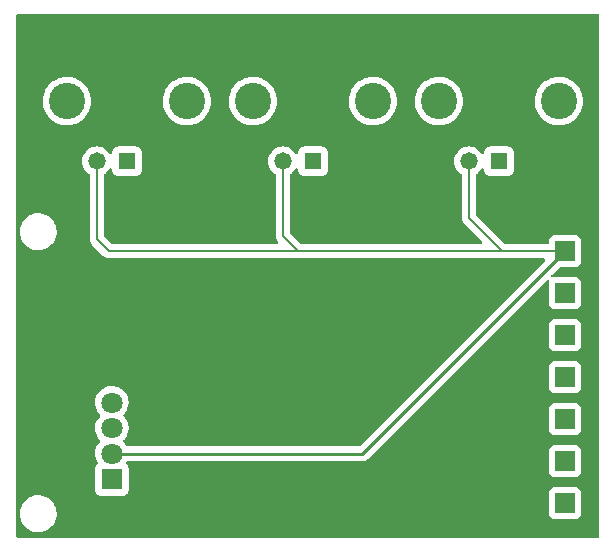
<source format=gbr>
%TF.GenerationSoftware,KiCad,Pcbnew,(6.0.1)*%
%TF.CreationDate,2022-03-09T16:15:59-05:00*%
%TF.ProjectId,pcb_arduino,7063625f-6172-4647-9569-6e6f2e6b6963,rev?*%
%TF.SameCoordinates,Original*%
%TF.FileFunction,Copper,L2,Bot*%
%TF.FilePolarity,Positive*%
%FSLAX46Y46*%
G04 Gerber Fmt 4.6, Leading zero omitted, Abs format (unit mm)*
G04 Created by KiCad (PCBNEW (6.0.1)) date 2022-03-09 16:15:59*
%MOMM*%
%LPD*%
G01*
G04 APERTURE LIST*
%TA.AperFunction,ComponentPad*%
%ADD10R,1.800000X1.800000*%
%TD*%
%TA.AperFunction,ComponentPad*%
%ADD11C,1.800000*%
%TD*%
%TA.AperFunction,ComponentPad*%
%ADD12R,1.700000X1.700000*%
%TD*%
%TA.AperFunction,ComponentPad*%
%ADD13C,3.076000*%
%TD*%
%TA.AperFunction,ComponentPad*%
%ADD14C,1.478000*%
%TD*%
%TA.AperFunction,ComponentPad*%
%ADD15R,1.478000X1.478000*%
%TD*%
%TA.AperFunction,Conductor*%
%ADD16C,0.200000*%
%TD*%
%TA.AperFunction,Conductor*%
%ADD17C,0.250000*%
%TD*%
G04 APERTURE END LIST*
D10*
%TO.P,LED,1*%
%TO.N,N/C*%
X116459000Y-120269000D03*
D11*
%TO.P,LED,2*%
X116459000Y-118110000D03*
%TO.P,LED,3*%
X116459000Y-115951000D03*
%TO.P,LED,4*%
X116459000Y-113792000D03*
%TD*%
D12*
%TO.P,PIN 50,1*%
%TO.N,N/C*%
X154813000Y-118745000D03*
X154813000Y-118745000D03*
%TD*%
D13*
%TO.P,EEG,S2*%
%TO.N,N/C*%
X122809000Y-88265000D03*
%TO.P,EEG,S1*%
X112649000Y-88265000D03*
D14*
%TO.P,EEG,2*%
X115189000Y-93345000D03*
D15*
%TO.P,EEG,1*%
X117729000Y-93345000D03*
%TD*%
D12*
%TO.P,PIN 6,1*%
%TO.N,N/C*%
X154813000Y-108077000D03*
X154813000Y-108077000D03*
%TD*%
D15*
%TO.P,Footswitch,1*%
%TO.N,N/C*%
X133477000Y-93345000D03*
D14*
%TO.P,Footswitch,2*%
X130937000Y-93345000D03*
D13*
%TO.P,Footswitch,S1*%
X128397000Y-88265000D03*
%TO.P,Footswitch,S2*%
X138557000Y-88265000D03*
%TD*%
D12*
%TO.P,PIN 53,1*%
%TO.N,N/C*%
X154813000Y-115189000D03*
X154813000Y-115189000D03*
%TD*%
%TO.P,GND,1*%
%TO.N,N/C*%
X154813000Y-100965000D03*
X154813000Y-100965000D03*
%TD*%
%TO.P,PIN 7,1*%
%TO.N,N/C*%
X154813000Y-111633000D03*
X154813000Y-111633000D03*
%TD*%
%TO.P,PIN 52,1*%
%TO.N,N/C*%
X154813000Y-122301000D03*
X154813000Y-122301000D03*
%TD*%
%TO.P,PIN 5,1*%
%TO.N,N/C*%
X154813000Y-104521000D03*
X154813000Y-104521000D03*
%TD*%
D15*
%TO.P,Portasync,1*%
%TO.N,N/C*%
X149225000Y-93345000D03*
D14*
%TO.P,Portasync,2*%
X146685000Y-93345000D03*
D13*
%TO.P,Portasync,S1*%
X144145000Y-88265000D03*
%TO.P,Portasync,S2*%
X154305000Y-88265000D03*
%TD*%
D16*
%TO.N,*%
X146685000Y-93345000D02*
X146685000Y-98171000D01*
X130937000Y-99695000D02*
X132207000Y-100965000D01*
X130937000Y-93345000D02*
X130937000Y-99695000D01*
X115189000Y-99949000D02*
X116205000Y-100965000D01*
X116205000Y-100965000D02*
X154813000Y-100965000D01*
X115189000Y-93345000D02*
X115189000Y-99949000D01*
X132207000Y-100965000D02*
X154813000Y-100965000D01*
X146685000Y-98171000D02*
X149479000Y-100965000D01*
D17*
X116459000Y-118110000D02*
X137668000Y-118110000D01*
X137668000Y-118110000D02*
X154813000Y-100965000D01*
D16*
X149479000Y-100965000D02*
X154813000Y-100965000D01*
%TD*%
%TA.AperFunction,NonConductor*%
G36*
X157676121Y-80919002D02*
G01*
X157722614Y-80972658D01*
X157734000Y-81025000D01*
X157734000Y-125096000D01*
X157713998Y-125164121D01*
X157660342Y-125210614D01*
X157608000Y-125222000D01*
X108453000Y-125222000D01*
X108384879Y-125201998D01*
X108338386Y-125148342D01*
X108327000Y-125096000D01*
X108327000Y-123244568D01*
X108673382Y-123244568D01*
X108702208Y-123493699D01*
X108703587Y-123498573D01*
X108703588Y-123498577D01*
X108742526Y-123636181D01*
X108770494Y-123735017D01*
X108772628Y-123739592D01*
X108772630Y-123739599D01*
X108874347Y-123957731D01*
X108876484Y-123962313D01*
X108879326Y-123966494D01*
X108879326Y-123966495D01*
X109014605Y-124165552D01*
X109014608Y-124165556D01*
X109017451Y-124169739D01*
X109020928Y-124173416D01*
X109020929Y-124173417D01*
X109121238Y-124279491D01*
X109189767Y-124351959D01*
X109193793Y-124355037D01*
X109193794Y-124355038D01*
X109384981Y-124501212D01*
X109384985Y-124501215D01*
X109389001Y-124504285D01*
X109610026Y-124622797D01*
X109614807Y-124624443D01*
X109614811Y-124624445D01*
X109840538Y-124702169D01*
X109847156Y-124704448D01*
X109950689Y-124722331D01*
X110090380Y-124746460D01*
X110090386Y-124746461D01*
X110094290Y-124747135D01*
X110098251Y-124747315D01*
X110098252Y-124747315D01*
X110122931Y-124748436D01*
X110122950Y-124748436D01*
X110124350Y-124748500D01*
X110299015Y-124748500D01*
X110301523Y-124748298D01*
X110301528Y-124748298D01*
X110480944Y-124733863D01*
X110480949Y-124733862D01*
X110485985Y-124733457D01*
X110490893Y-124732252D01*
X110490896Y-124732251D01*
X110724625Y-124674841D01*
X110729539Y-124673634D01*
X110734191Y-124671659D01*
X110734195Y-124671658D01*
X110955741Y-124577617D01*
X110955742Y-124577617D01*
X110960396Y-124575641D01*
X111172615Y-124442000D01*
X111360738Y-124276147D01*
X111519924Y-124082351D01*
X111646078Y-123865596D01*
X111735955Y-123631461D01*
X111742191Y-123601615D01*
X111786206Y-123390921D01*
X111787241Y-123385967D01*
X111795725Y-123199134D01*
X153454500Y-123199134D01*
X153461255Y-123261316D01*
X153512385Y-123397705D01*
X153599739Y-123514261D01*
X153716295Y-123601615D01*
X153852684Y-123652745D01*
X153914866Y-123659500D01*
X155711134Y-123659500D01*
X155773316Y-123652745D01*
X155909705Y-123601615D01*
X156026261Y-123514261D01*
X156113615Y-123397705D01*
X156164745Y-123261316D01*
X156171500Y-123199134D01*
X156171500Y-121402866D01*
X156164745Y-121340684D01*
X156113615Y-121204295D01*
X156026261Y-121087739D01*
X155909705Y-121000385D01*
X155773316Y-120949255D01*
X155711134Y-120942500D01*
X153914866Y-120942500D01*
X153852684Y-120949255D01*
X153716295Y-121000385D01*
X153599739Y-121087739D01*
X153512385Y-121204295D01*
X153461255Y-121340684D01*
X153454500Y-121402866D01*
X153454500Y-123199134D01*
X111795725Y-123199134D01*
X111798618Y-123135432D01*
X111769792Y-122886301D01*
X111730810Y-122748539D01*
X111702884Y-122649852D01*
X111702883Y-122649850D01*
X111701506Y-122644983D01*
X111699372Y-122640408D01*
X111699370Y-122640401D01*
X111597653Y-122422269D01*
X111597651Y-122422265D01*
X111595516Y-122417687D01*
X111592674Y-122413505D01*
X111457395Y-122214448D01*
X111457392Y-122214444D01*
X111454549Y-122210261D01*
X111353925Y-122103853D01*
X111285713Y-122031721D01*
X111282233Y-122028041D01*
X111278206Y-122024962D01*
X111087019Y-121878788D01*
X111087015Y-121878785D01*
X111082999Y-121875715D01*
X110861974Y-121757203D01*
X110857193Y-121755557D01*
X110857189Y-121755555D01*
X110629633Y-121677201D01*
X110624844Y-121675552D01*
X110521311Y-121657669D01*
X110381620Y-121633540D01*
X110381614Y-121633539D01*
X110377710Y-121632865D01*
X110373749Y-121632685D01*
X110373748Y-121632685D01*
X110349069Y-121631564D01*
X110349050Y-121631564D01*
X110347650Y-121631500D01*
X110172985Y-121631500D01*
X110170477Y-121631702D01*
X110170472Y-121631702D01*
X109991056Y-121646137D01*
X109991051Y-121646138D01*
X109986015Y-121646543D01*
X109981107Y-121647748D01*
X109981104Y-121647749D01*
X109749326Y-121704680D01*
X109742461Y-121706366D01*
X109737809Y-121708341D01*
X109737805Y-121708342D01*
X109617061Y-121759595D01*
X109511604Y-121804359D01*
X109299385Y-121938000D01*
X109111262Y-122103853D01*
X108952076Y-122297649D01*
X108825922Y-122514404D01*
X108736045Y-122748539D01*
X108684759Y-122994033D01*
X108673382Y-123244568D01*
X108327000Y-123244568D01*
X108327000Y-99368568D01*
X108673382Y-99368568D01*
X108673963Y-99373588D01*
X108673963Y-99373592D01*
X108686259Y-99479856D01*
X108702208Y-99617699D01*
X108703587Y-99622573D01*
X108703588Y-99622577D01*
X108742169Y-99758919D01*
X108770494Y-99859017D01*
X108772628Y-99863592D01*
X108772630Y-99863599D01*
X108869009Y-100070283D01*
X108876484Y-100086313D01*
X108879326Y-100090494D01*
X108879326Y-100090495D01*
X109014605Y-100289552D01*
X109014608Y-100289556D01*
X109017451Y-100293739D01*
X109020928Y-100297416D01*
X109020929Y-100297417D01*
X109120255Y-100402452D01*
X109189767Y-100475959D01*
X109193793Y-100479037D01*
X109193794Y-100479038D01*
X109384981Y-100625212D01*
X109384985Y-100625215D01*
X109389001Y-100628285D01*
X109610026Y-100746797D01*
X109614807Y-100748443D01*
X109614811Y-100748445D01*
X109840538Y-100826169D01*
X109847156Y-100828448D01*
X109950689Y-100846331D01*
X110090380Y-100870460D01*
X110090386Y-100870461D01*
X110094290Y-100871135D01*
X110098251Y-100871315D01*
X110098252Y-100871315D01*
X110122931Y-100872436D01*
X110122950Y-100872436D01*
X110124350Y-100872500D01*
X110299015Y-100872500D01*
X110301523Y-100872298D01*
X110301528Y-100872298D01*
X110480944Y-100857863D01*
X110480949Y-100857862D01*
X110485985Y-100857457D01*
X110490893Y-100856252D01*
X110490896Y-100856251D01*
X110724625Y-100798841D01*
X110729539Y-100797634D01*
X110734191Y-100795659D01*
X110734195Y-100795658D01*
X110955741Y-100701617D01*
X110955742Y-100701617D01*
X110960396Y-100699641D01*
X111172615Y-100566000D01*
X111360738Y-100400147D01*
X111519924Y-100206351D01*
X111646078Y-99989596D01*
X111735955Y-99755461D01*
X111740469Y-99733856D01*
X111786206Y-99514921D01*
X111787241Y-99509967D01*
X111788609Y-99479856D01*
X111793662Y-99368568D01*
X111798618Y-99259432D01*
X111769792Y-99010301D01*
X111730810Y-98872539D01*
X111702884Y-98773852D01*
X111702883Y-98773850D01*
X111701506Y-98768983D01*
X111699372Y-98764408D01*
X111699370Y-98764401D01*
X111597653Y-98546269D01*
X111597651Y-98546265D01*
X111595516Y-98541687D01*
X111592674Y-98537505D01*
X111457395Y-98338448D01*
X111457392Y-98338444D01*
X111454549Y-98334261D01*
X111353925Y-98227853D01*
X111285713Y-98155721D01*
X111282233Y-98152041D01*
X111265582Y-98139310D01*
X111087019Y-98002788D01*
X111087015Y-98002785D01*
X111082999Y-97999715D01*
X110861974Y-97881203D01*
X110857193Y-97879557D01*
X110857189Y-97879555D01*
X110629633Y-97801201D01*
X110624844Y-97799552D01*
X110521311Y-97781669D01*
X110381620Y-97757540D01*
X110381614Y-97757539D01*
X110377710Y-97756865D01*
X110373749Y-97756685D01*
X110373748Y-97756685D01*
X110349069Y-97755564D01*
X110349050Y-97755564D01*
X110347650Y-97755500D01*
X110172985Y-97755500D01*
X110170477Y-97755702D01*
X110170472Y-97755702D01*
X109991056Y-97770137D01*
X109991051Y-97770138D01*
X109986015Y-97770543D01*
X109981107Y-97771748D01*
X109981104Y-97771749D01*
X109749326Y-97828680D01*
X109742461Y-97830366D01*
X109737809Y-97832341D01*
X109737805Y-97832342D01*
X109617061Y-97883595D01*
X109511604Y-97928359D01*
X109299385Y-98062000D01*
X109111262Y-98227853D01*
X108952076Y-98421649D01*
X108825922Y-98638404D01*
X108736045Y-98872539D01*
X108684759Y-99118033D01*
X108673382Y-99368568D01*
X108327000Y-99368568D01*
X108327000Y-93345000D01*
X113936735Y-93345000D01*
X113955760Y-93562454D01*
X114012256Y-93773300D01*
X114104507Y-93971132D01*
X114229709Y-94149940D01*
X114384060Y-94304291D01*
X114388570Y-94307449D01*
X114388576Y-94307454D01*
X114526770Y-94404218D01*
X114571099Y-94459675D01*
X114580500Y-94507431D01*
X114580500Y-99900864D01*
X114579422Y-99917307D01*
X114575250Y-99949000D01*
X114580500Y-99988880D01*
X114580500Y-99988885D01*
X114593327Y-100086313D01*
X114596162Y-100107851D01*
X114599322Y-100115481D01*
X114599323Y-100115483D01*
X114610272Y-100141916D01*
X114657476Y-100255876D01*
X114662503Y-100262427D01*
X114662504Y-100262429D01*
X114730520Y-100351069D01*
X114730526Y-100351075D01*
X114755013Y-100382987D01*
X114761568Y-100388017D01*
X114780379Y-100402452D01*
X114792770Y-100413319D01*
X115740685Y-101361234D01*
X115751552Y-101373625D01*
X115771013Y-101398987D01*
X115802925Y-101423474D01*
X115802928Y-101423477D01*
X115898124Y-101496524D01*
X116046149Y-101557838D01*
X116054336Y-101558916D01*
X116054337Y-101558916D01*
X116065542Y-101560391D01*
X116096738Y-101564498D01*
X116165115Y-101573500D01*
X116165118Y-101573500D01*
X116165126Y-101573501D01*
X116196811Y-101577672D01*
X116205000Y-101578750D01*
X116236693Y-101574578D01*
X116253136Y-101573500D01*
X132158864Y-101573500D01*
X132175311Y-101574578D01*
X132207000Y-101578750D01*
X132238693Y-101574578D01*
X132255136Y-101573500D01*
X149430856Y-101573500D01*
X149447303Y-101574578D01*
X149479000Y-101578751D01*
X149510699Y-101574578D01*
X149527144Y-101573500D01*
X153004406Y-101573500D01*
X153072527Y-101593502D01*
X153119020Y-101647158D01*
X153129124Y-101717432D01*
X153099630Y-101782012D01*
X153093501Y-101788595D01*
X137442500Y-117439595D01*
X137380188Y-117473621D01*
X137353405Y-117476500D01*
X117795359Y-117476500D01*
X117727238Y-117456498D01*
X117689567Y-117418940D01*
X117581574Y-117252009D01*
X117578764Y-117247665D01*
X117457476Y-117114371D01*
X117426424Y-117050526D01*
X117434820Y-116980027D01*
X117461731Y-116940321D01*
X117531637Y-116870660D01*
X117531647Y-116870648D01*
X117535303Y-116867005D01*
X117670458Y-116678917D01*
X117717641Y-116583450D01*
X117770784Y-116475922D01*
X117770785Y-116475920D01*
X117773078Y-116471280D01*
X117840408Y-116249671D01*
X117870640Y-116020041D01*
X117872327Y-115951000D01*
X117866032Y-115874434D01*
X117853773Y-115725318D01*
X117853772Y-115725312D01*
X117853349Y-115720167D01*
X117796925Y-115495533D01*
X117794866Y-115490797D01*
X117706630Y-115287868D01*
X117706628Y-115287865D01*
X117704570Y-115283131D01*
X117578764Y-115088665D01*
X117457476Y-114955371D01*
X117426424Y-114891526D01*
X117434820Y-114821027D01*
X117461731Y-114781321D01*
X117531637Y-114711660D01*
X117531647Y-114711648D01*
X117535303Y-114708005D01*
X117670458Y-114519917D01*
X117717641Y-114424450D01*
X117770784Y-114316922D01*
X117770785Y-114316920D01*
X117773078Y-114312280D01*
X117840408Y-114090671D01*
X117870640Y-113861041D01*
X117870722Y-113857691D01*
X117872245Y-113795365D01*
X117872245Y-113795361D01*
X117872327Y-113792000D01*
X117866032Y-113715434D01*
X117853773Y-113566318D01*
X117853772Y-113566312D01*
X117853349Y-113561167D01*
X117796925Y-113336533D01*
X117794866Y-113331797D01*
X117706630Y-113128868D01*
X117706628Y-113128865D01*
X117704570Y-113124131D01*
X117578764Y-112929665D01*
X117422887Y-112758358D01*
X117418836Y-112755159D01*
X117418832Y-112755155D01*
X117245177Y-112618011D01*
X117245172Y-112618008D01*
X117241123Y-112614810D01*
X117236607Y-112612317D01*
X117236604Y-112612315D01*
X117042879Y-112505373D01*
X117042875Y-112505371D01*
X117038355Y-112502876D01*
X117033486Y-112501152D01*
X117033482Y-112501150D01*
X116824903Y-112427288D01*
X116824899Y-112427287D01*
X116820028Y-112425562D01*
X116814935Y-112424655D01*
X116814932Y-112424654D01*
X116597095Y-112385851D01*
X116597089Y-112385850D01*
X116592006Y-112384945D01*
X116519096Y-112384054D01*
X116365581Y-112382179D01*
X116365579Y-112382179D01*
X116360411Y-112382116D01*
X116131464Y-112417150D01*
X115911314Y-112489106D01*
X115906726Y-112491494D01*
X115906722Y-112491496D01*
X115824053Y-112534531D01*
X115705872Y-112596052D01*
X115701739Y-112599155D01*
X115701736Y-112599157D01*
X115676625Y-112618011D01*
X115520655Y-112735117D01*
X115360639Y-112902564D01*
X115357725Y-112906836D01*
X115357724Y-112906837D01*
X115342152Y-112929665D01*
X115230119Y-113093899D01*
X115132602Y-113303981D01*
X115070707Y-113527169D01*
X115046095Y-113757469D01*
X115046392Y-113762622D01*
X115046392Y-113762625D01*
X115053643Y-113888385D01*
X115059427Y-113988697D01*
X115060564Y-113993743D01*
X115060565Y-113993749D01*
X115084669Y-114100703D01*
X115110346Y-114214642D01*
X115112288Y-114219424D01*
X115112289Y-114219428D01*
X115195540Y-114424450D01*
X115197484Y-114429237D01*
X115318501Y-114626719D01*
X115321882Y-114630622D01*
X115461048Y-114791280D01*
X115490530Y-114855865D01*
X115480415Y-114926138D01*
X115456904Y-114960828D01*
X115421689Y-114997679D01*
X115360639Y-115061564D01*
X115357725Y-115065836D01*
X115357724Y-115065837D01*
X115342152Y-115088665D01*
X115230119Y-115252899D01*
X115132602Y-115462981D01*
X115070707Y-115686169D01*
X115046095Y-115916469D01*
X115046392Y-115921622D01*
X115046392Y-115921625D01*
X115052067Y-116020041D01*
X115059427Y-116147697D01*
X115060564Y-116152743D01*
X115060565Y-116152749D01*
X115092148Y-116292891D01*
X115110346Y-116373642D01*
X115112288Y-116378424D01*
X115112289Y-116378428D01*
X115180942Y-116547500D01*
X115197484Y-116588237D01*
X115318501Y-116785719D01*
X115321882Y-116789622D01*
X115461048Y-116950280D01*
X115490530Y-117014865D01*
X115480415Y-117085138D01*
X115456904Y-117119828D01*
X115421689Y-117156679D01*
X115360639Y-117220564D01*
X115357725Y-117224836D01*
X115357724Y-117224837D01*
X115342152Y-117247665D01*
X115230119Y-117411899D01*
X115132602Y-117621981D01*
X115070707Y-117845169D01*
X115046095Y-118075469D01*
X115059427Y-118306697D01*
X115060564Y-118311743D01*
X115060565Y-118311749D01*
X115092741Y-118454523D01*
X115110346Y-118532642D01*
X115112288Y-118537424D01*
X115112289Y-118537428D01*
X115195540Y-118742450D01*
X115197484Y-118747237D01*
X115238197Y-118813674D01*
X115245532Y-118825644D01*
X115264070Y-118894178D01*
X115242614Y-118961854D01*
X115213664Y-118992305D01*
X115195739Y-119005739D01*
X115108385Y-119122295D01*
X115057255Y-119258684D01*
X115050500Y-119320866D01*
X115050500Y-121217134D01*
X115057255Y-121279316D01*
X115108385Y-121415705D01*
X115195739Y-121532261D01*
X115312295Y-121619615D01*
X115448684Y-121670745D01*
X115510866Y-121677500D01*
X117407134Y-121677500D01*
X117469316Y-121670745D01*
X117605705Y-121619615D01*
X117722261Y-121532261D01*
X117809615Y-121415705D01*
X117860745Y-121279316D01*
X117867500Y-121217134D01*
X117867500Y-119643134D01*
X153454500Y-119643134D01*
X153461255Y-119705316D01*
X153512385Y-119841705D01*
X153599739Y-119958261D01*
X153716295Y-120045615D01*
X153852684Y-120096745D01*
X153914866Y-120103500D01*
X155711134Y-120103500D01*
X155773316Y-120096745D01*
X155909705Y-120045615D01*
X156026261Y-119958261D01*
X156113615Y-119841705D01*
X156164745Y-119705316D01*
X156171500Y-119643134D01*
X156171500Y-117846866D01*
X156164745Y-117784684D01*
X156113615Y-117648295D01*
X156026261Y-117531739D01*
X155909705Y-117444385D01*
X155773316Y-117393255D01*
X155711134Y-117386500D01*
X153914866Y-117386500D01*
X153852684Y-117393255D01*
X153716295Y-117444385D01*
X153599739Y-117531739D01*
X153512385Y-117648295D01*
X153461255Y-117784684D01*
X153454500Y-117846866D01*
X153454500Y-119643134D01*
X117867500Y-119643134D01*
X117867500Y-119320866D01*
X117860745Y-119258684D01*
X117809615Y-119122295D01*
X117722261Y-119005739D01*
X117707695Y-118994822D01*
X117665182Y-118937965D01*
X117660156Y-118867147D01*
X117671561Y-118838464D01*
X117670457Y-118837918D01*
X117670458Y-118837917D01*
X117682440Y-118813672D01*
X117730553Y-118761466D01*
X117795397Y-118743500D01*
X137589233Y-118743500D01*
X137600416Y-118744027D01*
X137607909Y-118745702D01*
X137615835Y-118745453D01*
X137615836Y-118745453D01*
X137675986Y-118743562D01*
X137679945Y-118743500D01*
X137707856Y-118743500D01*
X137711791Y-118743003D01*
X137711856Y-118742995D01*
X137723693Y-118742062D01*
X137755951Y-118741048D01*
X137759970Y-118740922D01*
X137767889Y-118740673D01*
X137787343Y-118735021D01*
X137806700Y-118731013D01*
X137818930Y-118729468D01*
X137818931Y-118729468D01*
X137826797Y-118728474D01*
X137834168Y-118725555D01*
X137834170Y-118725555D01*
X137867912Y-118712196D01*
X137879142Y-118708351D01*
X137913983Y-118698229D01*
X137913984Y-118698229D01*
X137921593Y-118696018D01*
X137928412Y-118691985D01*
X137928417Y-118691983D01*
X137939028Y-118685707D01*
X137956776Y-118677012D01*
X137975617Y-118669552D01*
X138011387Y-118643564D01*
X138021307Y-118637048D01*
X138052535Y-118618580D01*
X138052538Y-118618578D01*
X138059362Y-118614542D01*
X138073683Y-118600221D01*
X138088717Y-118587380D01*
X138098694Y-118580131D01*
X138105107Y-118575472D01*
X138133298Y-118541395D01*
X138141288Y-118532616D01*
X140586770Y-116087134D01*
X153454500Y-116087134D01*
X153461255Y-116149316D01*
X153512385Y-116285705D01*
X153599739Y-116402261D01*
X153716295Y-116489615D01*
X153852684Y-116540745D01*
X153914866Y-116547500D01*
X155711134Y-116547500D01*
X155773316Y-116540745D01*
X155909705Y-116489615D01*
X156026261Y-116402261D01*
X156113615Y-116285705D01*
X156164745Y-116149316D01*
X156171500Y-116087134D01*
X156171500Y-114290866D01*
X156164745Y-114228684D01*
X156113615Y-114092295D01*
X156026261Y-113975739D01*
X155909705Y-113888385D01*
X155773316Y-113837255D01*
X155711134Y-113830500D01*
X153914866Y-113830500D01*
X153852684Y-113837255D01*
X153716295Y-113888385D01*
X153599739Y-113975739D01*
X153512385Y-114092295D01*
X153461255Y-114228684D01*
X153454500Y-114290866D01*
X153454500Y-116087134D01*
X140586770Y-116087134D01*
X144142770Y-112531134D01*
X153454500Y-112531134D01*
X153461255Y-112593316D01*
X153512385Y-112729705D01*
X153599739Y-112846261D01*
X153716295Y-112933615D01*
X153852684Y-112984745D01*
X153914866Y-112991500D01*
X155711134Y-112991500D01*
X155773316Y-112984745D01*
X155909705Y-112933615D01*
X156026261Y-112846261D01*
X156113615Y-112729705D01*
X156164745Y-112593316D01*
X156171500Y-112531134D01*
X156171500Y-110734866D01*
X156164745Y-110672684D01*
X156113615Y-110536295D01*
X156026261Y-110419739D01*
X155909705Y-110332385D01*
X155773316Y-110281255D01*
X155711134Y-110274500D01*
X153914866Y-110274500D01*
X153852684Y-110281255D01*
X153716295Y-110332385D01*
X153599739Y-110419739D01*
X153512385Y-110536295D01*
X153461255Y-110672684D01*
X153454500Y-110734866D01*
X153454500Y-112531134D01*
X144142770Y-112531134D01*
X147698770Y-108975134D01*
X153454500Y-108975134D01*
X153461255Y-109037316D01*
X153512385Y-109173705D01*
X153599739Y-109290261D01*
X153716295Y-109377615D01*
X153852684Y-109428745D01*
X153914866Y-109435500D01*
X155711134Y-109435500D01*
X155773316Y-109428745D01*
X155909705Y-109377615D01*
X156026261Y-109290261D01*
X156113615Y-109173705D01*
X156164745Y-109037316D01*
X156171500Y-108975134D01*
X156171500Y-107178866D01*
X156164745Y-107116684D01*
X156113615Y-106980295D01*
X156026261Y-106863739D01*
X155909705Y-106776385D01*
X155773316Y-106725255D01*
X155711134Y-106718500D01*
X153914866Y-106718500D01*
X153852684Y-106725255D01*
X153716295Y-106776385D01*
X153599739Y-106863739D01*
X153512385Y-106980295D01*
X153461255Y-107116684D01*
X153454500Y-107178866D01*
X153454500Y-108975134D01*
X147698770Y-108975134D01*
X153258756Y-103415148D01*
X153321068Y-103381122D01*
X153391883Y-103386187D01*
X153448719Y-103428734D01*
X153473530Y-103495254D01*
X153465832Y-103548475D01*
X153461255Y-103560684D01*
X153454500Y-103622866D01*
X153454500Y-105419134D01*
X153461255Y-105481316D01*
X153512385Y-105617705D01*
X153599739Y-105734261D01*
X153716295Y-105821615D01*
X153852684Y-105872745D01*
X153914866Y-105879500D01*
X155711134Y-105879500D01*
X155773316Y-105872745D01*
X155909705Y-105821615D01*
X156026261Y-105734261D01*
X156113615Y-105617705D01*
X156164745Y-105481316D01*
X156171500Y-105419134D01*
X156171500Y-103622866D01*
X156164745Y-103560684D01*
X156113615Y-103424295D01*
X156026261Y-103307739D01*
X155909705Y-103220385D01*
X155773316Y-103169255D01*
X155711134Y-103162500D01*
X153914866Y-103162500D01*
X153852684Y-103169255D01*
X153840475Y-103173832D01*
X153769668Y-103179017D01*
X153707298Y-103145097D01*
X153673168Y-103082842D01*
X153678113Y-103012018D01*
X153707148Y-102966756D01*
X154313499Y-102360405D01*
X154375811Y-102326379D01*
X154402594Y-102323500D01*
X155711134Y-102323500D01*
X155773316Y-102316745D01*
X155909705Y-102265615D01*
X156026261Y-102178261D01*
X156113615Y-102061705D01*
X156164745Y-101925316D01*
X156171500Y-101863134D01*
X156171500Y-100066866D01*
X156164745Y-100004684D01*
X156113615Y-99868295D01*
X156026261Y-99751739D01*
X155909705Y-99664385D01*
X155773316Y-99613255D01*
X155711134Y-99606500D01*
X153914866Y-99606500D01*
X153852684Y-99613255D01*
X153716295Y-99664385D01*
X153599739Y-99751739D01*
X153512385Y-99868295D01*
X153461255Y-100004684D01*
X153454500Y-100066866D01*
X153454500Y-100230500D01*
X153434498Y-100298621D01*
X153380842Y-100345114D01*
X153328500Y-100356500D01*
X149783239Y-100356500D01*
X149715118Y-100336498D01*
X149694144Y-100319595D01*
X147330405Y-97955856D01*
X147296379Y-97893544D01*
X147293500Y-97866761D01*
X147293500Y-94507431D01*
X147313502Y-94439310D01*
X147347230Y-94404218D01*
X147485424Y-94307454D01*
X147485430Y-94307449D01*
X147489940Y-94304291D01*
X147644291Y-94149940D01*
X147748288Y-94001416D01*
X147803744Y-93957088D01*
X147874363Y-93949779D01*
X147937723Y-93981809D01*
X147973709Y-94043010D01*
X147977500Y-94073687D01*
X147977500Y-94132134D01*
X147984255Y-94194316D01*
X148035385Y-94330705D01*
X148122739Y-94447261D01*
X148239295Y-94534615D01*
X148375684Y-94585745D01*
X148437866Y-94592500D01*
X150012134Y-94592500D01*
X150074316Y-94585745D01*
X150210705Y-94534615D01*
X150327261Y-94447261D01*
X150414615Y-94330705D01*
X150465745Y-94194316D01*
X150472500Y-94132134D01*
X150472500Y-92557866D01*
X150465745Y-92495684D01*
X150414615Y-92359295D01*
X150327261Y-92242739D01*
X150210705Y-92155385D01*
X150074316Y-92104255D01*
X150012134Y-92097500D01*
X148437866Y-92097500D01*
X148375684Y-92104255D01*
X148239295Y-92155385D01*
X148122739Y-92242739D01*
X148035385Y-92359295D01*
X147984255Y-92495684D01*
X147977500Y-92557866D01*
X147977500Y-92616313D01*
X147957498Y-92684434D01*
X147903842Y-92730927D01*
X147833568Y-92741031D01*
X147768988Y-92711537D01*
X147748287Y-92688583D01*
X147697684Y-92616313D01*
X147644291Y-92540060D01*
X147489940Y-92385709D01*
X147485432Y-92382552D01*
X147485429Y-92382550D01*
X147315642Y-92263664D01*
X147315639Y-92263662D01*
X147311133Y-92260507D01*
X147306151Y-92258184D01*
X147306146Y-92258181D01*
X147118282Y-92170579D01*
X147118281Y-92170578D01*
X147113300Y-92168256D01*
X147107992Y-92166834D01*
X147107990Y-92166833D01*
X146907769Y-92113184D01*
X146907767Y-92113184D01*
X146902454Y-92111760D01*
X146685000Y-92092735D01*
X146467546Y-92111760D01*
X146462233Y-92113184D01*
X146462231Y-92113184D01*
X146262010Y-92166833D01*
X146262008Y-92166834D01*
X146256700Y-92168256D01*
X146251720Y-92170578D01*
X146251718Y-92170579D01*
X146063849Y-92258184D01*
X146063846Y-92258186D01*
X146058868Y-92260507D01*
X145880060Y-92385709D01*
X145725709Y-92540060D01*
X145600507Y-92718868D01*
X145598186Y-92723846D01*
X145598184Y-92723849D01*
X145590172Y-92741031D01*
X145508256Y-92916700D01*
X145451760Y-93127546D01*
X145432735Y-93345000D01*
X145451760Y-93562454D01*
X145508256Y-93773300D01*
X145600507Y-93971132D01*
X145725709Y-94149940D01*
X145880060Y-94304291D01*
X145884570Y-94307449D01*
X145884576Y-94307454D01*
X146022770Y-94404218D01*
X146067099Y-94459675D01*
X146076500Y-94507431D01*
X146076500Y-98122864D01*
X146075422Y-98139307D01*
X146071250Y-98171000D01*
X146076500Y-98210880D01*
X146076500Y-98210885D01*
X146078734Y-98227853D01*
X146092162Y-98329851D01*
X146153476Y-98477876D01*
X146158503Y-98484427D01*
X146158504Y-98484429D01*
X146226520Y-98573069D01*
X146226526Y-98573075D01*
X146251013Y-98604987D01*
X146257568Y-98610017D01*
X146276379Y-98624452D01*
X146288770Y-98635319D01*
X147794856Y-100141405D01*
X147828882Y-100203717D01*
X147823817Y-100274532D01*
X147781270Y-100331368D01*
X147714750Y-100356179D01*
X147705761Y-100356500D01*
X132511239Y-100356500D01*
X132443118Y-100336498D01*
X132422144Y-100319595D01*
X131582405Y-99479856D01*
X131548379Y-99417544D01*
X131545500Y-99390761D01*
X131545500Y-94507431D01*
X131565502Y-94439310D01*
X131599230Y-94404218D01*
X131737424Y-94307454D01*
X131737430Y-94307449D01*
X131741940Y-94304291D01*
X131896291Y-94149940D01*
X132000288Y-94001416D01*
X132055744Y-93957088D01*
X132126363Y-93949779D01*
X132189723Y-93981809D01*
X132225709Y-94043010D01*
X132229500Y-94073687D01*
X132229500Y-94132134D01*
X132236255Y-94194316D01*
X132287385Y-94330705D01*
X132374739Y-94447261D01*
X132491295Y-94534615D01*
X132627684Y-94585745D01*
X132689866Y-94592500D01*
X134264134Y-94592500D01*
X134326316Y-94585745D01*
X134462705Y-94534615D01*
X134579261Y-94447261D01*
X134666615Y-94330705D01*
X134717745Y-94194316D01*
X134724500Y-94132134D01*
X134724500Y-92557866D01*
X134717745Y-92495684D01*
X134666615Y-92359295D01*
X134579261Y-92242739D01*
X134462705Y-92155385D01*
X134326316Y-92104255D01*
X134264134Y-92097500D01*
X132689866Y-92097500D01*
X132627684Y-92104255D01*
X132491295Y-92155385D01*
X132374739Y-92242739D01*
X132287385Y-92359295D01*
X132236255Y-92495684D01*
X132229500Y-92557866D01*
X132229500Y-92616313D01*
X132209498Y-92684434D01*
X132155842Y-92730927D01*
X132085568Y-92741031D01*
X132020988Y-92711537D01*
X132000287Y-92688583D01*
X131949684Y-92616313D01*
X131896291Y-92540060D01*
X131741940Y-92385709D01*
X131737432Y-92382552D01*
X131737429Y-92382550D01*
X131567642Y-92263664D01*
X131567639Y-92263662D01*
X131563133Y-92260507D01*
X131558151Y-92258184D01*
X131558146Y-92258181D01*
X131370282Y-92170579D01*
X131370281Y-92170578D01*
X131365300Y-92168256D01*
X131359992Y-92166834D01*
X131359990Y-92166833D01*
X131159769Y-92113184D01*
X131159767Y-92113184D01*
X131154454Y-92111760D01*
X130937000Y-92092735D01*
X130719546Y-92111760D01*
X130714233Y-92113184D01*
X130714231Y-92113184D01*
X130514010Y-92166833D01*
X130514008Y-92166834D01*
X130508700Y-92168256D01*
X130503720Y-92170578D01*
X130503718Y-92170579D01*
X130315849Y-92258184D01*
X130315846Y-92258186D01*
X130310868Y-92260507D01*
X130132060Y-92385709D01*
X129977709Y-92540060D01*
X129852507Y-92718868D01*
X129850186Y-92723846D01*
X129850184Y-92723849D01*
X129842172Y-92741031D01*
X129760256Y-92916700D01*
X129703760Y-93127546D01*
X129684735Y-93345000D01*
X129703760Y-93562454D01*
X129760256Y-93773300D01*
X129852507Y-93971132D01*
X129977709Y-94149940D01*
X130132060Y-94304291D01*
X130136570Y-94307449D01*
X130136576Y-94307454D01*
X130274770Y-94404218D01*
X130319099Y-94459675D01*
X130328500Y-94507431D01*
X130328500Y-99646864D01*
X130327422Y-99663307D01*
X130323250Y-99695000D01*
X130328500Y-99734880D01*
X130328500Y-99734885D01*
X130330719Y-99751739D01*
X130344162Y-99853851D01*
X130405476Y-100001876D01*
X130410503Y-100008427D01*
X130410504Y-100008429D01*
X130478520Y-100097069D01*
X130478526Y-100097075D01*
X130503013Y-100128987D01*
X130509565Y-100134014D01*
X130515405Y-100139855D01*
X130513343Y-100141916D01*
X130546903Y-100187884D01*
X130551120Y-100258755D01*
X130516351Y-100320656D01*
X130453636Y-100353932D01*
X130428329Y-100356500D01*
X116509239Y-100356500D01*
X116441118Y-100336498D01*
X116420144Y-100319595D01*
X115834405Y-99733856D01*
X115800379Y-99671544D01*
X115797500Y-99644761D01*
X115797500Y-94507431D01*
X115817502Y-94439310D01*
X115851230Y-94404218D01*
X115989424Y-94307454D01*
X115989430Y-94307449D01*
X115993940Y-94304291D01*
X116148291Y-94149940D01*
X116252288Y-94001416D01*
X116307744Y-93957088D01*
X116378363Y-93949779D01*
X116441723Y-93981809D01*
X116477709Y-94043010D01*
X116481500Y-94073687D01*
X116481500Y-94132134D01*
X116488255Y-94194316D01*
X116539385Y-94330705D01*
X116626739Y-94447261D01*
X116743295Y-94534615D01*
X116879684Y-94585745D01*
X116941866Y-94592500D01*
X118516134Y-94592500D01*
X118578316Y-94585745D01*
X118714705Y-94534615D01*
X118831261Y-94447261D01*
X118918615Y-94330705D01*
X118969745Y-94194316D01*
X118976500Y-94132134D01*
X118976500Y-92557866D01*
X118969745Y-92495684D01*
X118918615Y-92359295D01*
X118831261Y-92242739D01*
X118714705Y-92155385D01*
X118578316Y-92104255D01*
X118516134Y-92097500D01*
X116941866Y-92097500D01*
X116879684Y-92104255D01*
X116743295Y-92155385D01*
X116626739Y-92242739D01*
X116539385Y-92359295D01*
X116488255Y-92495684D01*
X116481500Y-92557866D01*
X116481500Y-92616313D01*
X116461498Y-92684434D01*
X116407842Y-92730927D01*
X116337568Y-92741031D01*
X116272988Y-92711537D01*
X116252287Y-92688583D01*
X116201684Y-92616313D01*
X116148291Y-92540060D01*
X115993940Y-92385709D01*
X115989432Y-92382552D01*
X115989429Y-92382550D01*
X115819642Y-92263664D01*
X115819639Y-92263662D01*
X115815133Y-92260507D01*
X115810151Y-92258184D01*
X115810146Y-92258181D01*
X115622282Y-92170579D01*
X115622281Y-92170578D01*
X115617300Y-92168256D01*
X115611992Y-92166834D01*
X115611990Y-92166833D01*
X115411769Y-92113184D01*
X115411767Y-92113184D01*
X115406454Y-92111760D01*
X115189000Y-92092735D01*
X114971546Y-92111760D01*
X114966233Y-92113184D01*
X114966231Y-92113184D01*
X114766010Y-92166833D01*
X114766008Y-92166834D01*
X114760700Y-92168256D01*
X114755720Y-92170578D01*
X114755718Y-92170579D01*
X114567849Y-92258184D01*
X114567846Y-92258186D01*
X114562868Y-92260507D01*
X114384060Y-92385709D01*
X114229709Y-92540060D01*
X114104507Y-92718868D01*
X114102186Y-92723846D01*
X114102184Y-92723849D01*
X114094172Y-92741031D01*
X114012256Y-92916700D01*
X113955760Y-93127546D01*
X113936735Y-93345000D01*
X108327000Y-93345000D01*
X108327000Y-88243519D01*
X110597830Y-88243519D01*
X110613893Y-88522094D01*
X110614718Y-88526301D01*
X110614719Y-88526306D01*
X110627230Y-88590075D01*
X110667614Y-88795911D01*
X110669001Y-88799961D01*
X110669002Y-88799966D01*
X110690208Y-88861904D01*
X110757999Y-89059904D01*
X110883375Y-89309187D01*
X110885801Y-89312716D01*
X110885804Y-89312722D01*
X110923512Y-89367587D01*
X111041424Y-89539149D01*
X111229219Y-89745534D01*
X111443287Y-89924522D01*
X111446928Y-89926806D01*
X111676025Y-90070519D01*
X111676029Y-90070521D01*
X111679665Y-90072802D01*
X111745122Y-90102357D01*
X111930068Y-90185864D01*
X111930072Y-90185866D01*
X111933980Y-90187630D01*
X111938100Y-90188850D01*
X111938099Y-90188850D01*
X112197414Y-90265662D01*
X112197418Y-90265663D01*
X112201527Y-90266880D01*
X112205764Y-90267528D01*
X112205767Y-90267529D01*
X112440011Y-90303374D01*
X112477353Y-90309088D01*
X112619400Y-90311319D01*
X112752065Y-90313404D01*
X112752071Y-90313404D01*
X112756356Y-90313471D01*
X113033372Y-90279948D01*
X113303275Y-90209140D01*
X113561072Y-90102357D01*
X113608628Y-90074568D01*
X113798284Y-89963742D01*
X113798286Y-89963740D01*
X113801992Y-89961575D01*
X114021576Y-89789400D01*
X114061415Y-89748290D01*
X114212778Y-89592094D01*
X114215761Y-89589016D01*
X114218294Y-89585568D01*
X114218298Y-89585563D01*
X114378417Y-89367587D01*
X114380955Y-89364132D01*
X114514100Y-89118909D01*
X114612732Y-88857886D01*
X114675027Y-88585891D01*
X114681104Y-88517806D01*
X114699612Y-88310424D01*
X114699832Y-88307959D01*
X114700282Y-88265000D01*
X114698818Y-88243519D01*
X120757830Y-88243519D01*
X120773893Y-88522094D01*
X120774718Y-88526301D01*
X120774719Y-88526306D01*
X120787230Y-88590075D01*
X120827614Y-88795911D01*
X120829001Y-88799961D01*
X120829002Y-88799966D01*
X120850208Y-88861904D01*
X120917999Y-89059904D01*
X121043375Y-89309187D01*
X121045801Y-89312716D01*
X121045804Y-89312722D01*
X121083512Y-89367587D01*
X121201424Y-89539149D01*
X121389219Y-89745534D01*
X121603287Y-89924522D01*
X121606928Y-89926806D01*
X121836025Y-90070519D01*
X121836029Y-90070521D01*
X121839665Y-90072802D01*
X121905122Y-90102357D01*
X122090068Y-90185864D01*
X122090072Y-90185866D01*
X122093980Y-90187630D01*
X122098100Y-90188850D01*
X122098099Y-90188850D01*
X122357414Y-90265662D01*
X122357418Y-90265663D01*
X122361527Y-90266880D01*
X122365764Y-90267528D01*
X122365767Y-90267529D01*
X122600011Y-90303374D01*
X122637353Y-90309088D01*
X122779400Y-90311319D01*
X122912065Y-90313404D01*
X122912071Y-90313404D01*
X122916356Y-90313471D01*
X123193372Y-90279948D01*
X123463275Y-90209140D01*
X123721072Y-90102357D01*
X123768628Y-90074568D01*
X123958284Y-89963742D01*
X123958286Y-89963740D01*
X123961992Y-89961575D01*
X124181576Y-89789400D01*
X124221415Y-89748290D01*
X124372778Y-89592094D01*
X124375761Y-89589016D01*
X124378294Y-89585568D01*
X124378298Y-89585563D01*
X124538417Y-89367587D01*
X124540955Y-89364132D01*
X124674100Y-89118909D01*
X124772732Y-88857886D01*
X124835027Y-88585891D01*
X124841104Y-88517806D01*
X124859612Y-88310424D01*
X124859832Y-88307959D01*
X124860282Y-88265000D01*
X124858818Y-88243519D01*
X126345830Y-88243519D01*
X126361893Y-88522094D01*
X126362718Y-88526301D01*
X126362719Y-88526306D01*
X126375230Y-88590075D01*
X126415614Y-88795911D01*
X126417001Y-88799961D01*
X126417002Y-88799966D01*
X126438208Y-88861904D01*
X126505999Y-89059904D01*
X126631375Y-89309187D01*
X126633801Y-89312716D01*
X126633804Y-89312722D01*
X126671512Y-89367587D01*
X126789424Y-89539149D01*
X126977219Y-89745534D01*
X127191287Y-89924522D01*
X127194928Y-89926806D01*
X127424025Y-90070519D01*
X127424029Y-90070521D01*
X127427665Y-90072802D01*
X127493122Y-90102357D01*
X127678068Y-90185864D01*
X127678072Y-90185866D01*
X127681980Y-90187630D01*
X127686100Y-90188850D01*
X127686099Y-90188850D01*
X127945414Y-90265662D01*
X127945418Y-90265663D01*
X127949527Y-90266880D01*
X127953764Y-90267528D01*
X127953767Y-90267529D01*
X128188011Y-90303374D01*
X128225353Y-90309088D01*
X128367400Y-90311319D01*
X128500065Y-90313404D01*
X128500071Y-90313404D01*
X128504356Y-90313471D01*
X128781372Y-90279948D01*
X129051275Y-90209140D01*
X129309072Y-90102357D01*
X129356628Y-90074568D01*
X129546284Y-89963742D01*
X129546286Y-89963740D01*
X129549992Y-89961575D01*
X129769576Y-89789400D01*
X129809415Y-89748290D01*
X129960778Y-89592094D01*
X129963761Y-89589016D01*
X129966294Y-89585568D01*
X129966298Y-89585563D01*
X130126417Y-89367587D01*
X130128955Y-89364132D01*
X130262100Y-89118909D01*
X130360732Y-88857886D01*
X130423027Y-88585891D01*
X130429104Y-88517806D01*
X130447612Y-88310424D01*
X130447832Y-88307959D01*
X130448282Y-88265000D01*
X130446818Y-88243519D01*
X136505830Y-88243519D01*
X136521893Y-88522094D01*
X136522718Y-88526301D01*
X136522719Y-88526306D01*
X136535230Y-88590075D01*
X136575614Y-88795911D01*
X136577001Y-88799961D01*
X136577002Y-88799966D01*
X136598208Y-88861904D01*
X136665999Y-89059904D01*
X136791375Y-89309187D01*
X136793801Y-89312716D01*
X136793804Y-89312722D01*
X136831512Y-89367587D01*
X136949424Y-89539149D01*
X137137219Y-89745534D01*
X137351287Y-89924522D01*
X137354928Y-89926806D01*
X137584025Y-90070519D01*
X137584029Y-90070521D01*
X137587665Y-90072802D01*
X137653122Y-90102357D01*
X137838068Y-90185864D01*
X137838072Y-90185866D01*
X137841980Y-90187630D01*
X137846100Y-90188850D01*
X137846099Y-90188850D01*
X138105414Y-90265662D01*
X138105418Y-90265663D01*
X138109527Y-90266880D01*
X138113764Y-90267528D01*
X138113767Y-90267529D01*
X138348011Y-90303374D01*
X138385353Y-90309088D01*
X138527400Y-90311319D01*
X138660065Y-90313404D01*
X138660071Y-90313404D01*
X138664356Y-90313471D01*
X138941372Y-90279948D01*
X139211275Y-90209140D01*
X139469072Y-90102357D01*
X139516628Y-90074568D01*
X139706284Y-89963742D01*
X139706286Y-89963740D01*
X139709992Y-89961575D01*
X139929576Y-89789400D01*
X139969415Y-89748290D01*
X140120778Y-89592094D01*
X140123761Y-89589016D01*
X140126294Y-89585568D01*
X140126298Y-89585563D01*
X140286417Y-89367587D01*
X140288955Y-89364132D01*
X140422100Y-89118909D01*
X140520732Y-88857886D01*
X140583027Y-88585891D01*
X140589104Y-88517806D01*
X140607612Y-88310424D01*
X140607832Y-88307959D01*
X140608282Y-88265000D01*
X140606818Y-88243519D01*
X142093830Y-88243519D01*
X142109893Y-88522094D01*
X142110718Y-88526301D01*
X142110719Y-88526306D01*
X142123230Y-88590075D01*
X142163614Y-88795911D01*
X142165001Y-88799961D01*
X142165002Y-88799966D01*
X142186208Y-88861904D01*
X142253999Y-89059904D01*
X142379375Y-89309187D01*
X142381801Y-89312716D01*
X142381804Y-89312722D01*
X142419512Y-89367587D01*
X142537424Y-89539149D01*
X142725219Y-89745534D01*
X142939287Y-89924522D01*
X142942928Y-89926806D01*
X143172025Y-90070519D01*
X143172029Y-90070521D01*
X143175665Y-90072802D01*
X143241122Y-90102357D01*
X143426068Y-90185864D01*
X143426072Y-90185866D01*
X143429980Y-90187630D01*
X143434100Y-90188850D01*
X143434099Y-90188850D01*
X143693414Y-90265662D01*
X143693418Y-90265663D01*
X143697527Y-90266880D01*
X143701764Y-90267528D01*
X143701767Y-90267529D01*
X143936011Y-90303374D01*
X143973353Y-90309088D01*
X144115400Y-90311319D01*
X144248065Y-90313404D01*
X144248071Y-90313404D01*
X144252356Y-90313471D01*
X144529372Y-90279948D01*
X144799275Y-90209140D01*
X145057072Y-90102357D01*
X145104628Y-90074568D01*
X145294284Y-89963742D01*
X145294286Y-89963740D01*
X145297992Y-89961575D01*
X145517576Y-89789400D01*
X145557415Y-89748290D01*
X145708778Y-89592094D01*
X145711761Y-89589016D01*
X145714294Y-89585568D01*
X145714298Y-89585563D01*
X145874417Y-89367587D01*
X145876955Y-89364132D01*
X146010100Y-89118909D01*
X146108732Y-88857886D01*
X146171027Y-88585891D01*
X146177104Y-88517806D01*
X146195612Y-88310424D01*
X146195832Y-88307959D01*
X146196282Y-88265000D01*
X146194818Y-88243519D01*
X152253830Y-88243519D01*
X152269893Y-88522094D01*
X152270718Y-88526301D01*
X152270719Y-88526306D01*
X152283230Y-88590075D01*
X152323614Y-88795911D01*
X152325001Y-88799961D01*
X152325002Y-88799966D01*
X152346208Y-88861904D01*
X152413999Y-89059904D01*
X152539375Y-89309187D01*
X152541801Y-89312716D01*
X152541804Y-89312722D01*
X152579512Y-89367587D01*
X152697424Y-89539149D01*
X152885219Y-89745534D01*
X153099287Y-89924522D01*
X153102928Y-89926806D01*
X153332025Y-90070519D01*
X153332029Y-90070521D01*
X153335665Y-90072802D01*
X153401122Y-90102357D01*
X153586068Y-90185864D01*
X153586072Y-90185866D01*
X153589980Y-90187630D01*
X153594100Y-90188850D01*
X153594099Y-90188850D01*
X153853414Y-90265662D01*
X153853418Y-90265663D01*
X153857527Y-90266880D01*
X153861764Y-90267528D01*
X153861767Y-90267529D01*
X154096011Y-90303374D01*
X154133353Y-90309088D01*
X154275400Y-90311319D01*
X154408065Y-90313404D01*
X154408071Y-90313404D01*
X154412356Y-90313471D01*
X154689372Y-90279948D01*
X154959275Y-90209140D01*
X155217072Y-90102357D01*
X155264628Y-90074568D01*
X155454284Y-89963742D01*
X155454286Y-89963740D01*
X155457992Y-89961575D01*
X155677576Y-89789400D01*
X155717415Y-89748290D01*
X155868778Y-89592094D01*
X155871761Y-89589016D01*
X155874294Y-89585568D01*
X155874298Y-89585563D01*
X156034417Y-89367587D01*
X156036955Y-89364132D01*
X156170100Y-89118909D01*
X156268732Y-88857886D01*
X156331027Y-88585891D01*
X156337104Y-88517806D01*
X156355612Y-88310424D01*
X156355832Y-88307959D01*
X156356282Y-88265000D01*
X156354818Y-88243519D01*
X156337595Y-87990886D01*
X156337594Y-87990880D01*
X156337303Y-87986609D01*
X156280718Y-87713370D01*
X156274888Y-87696904D01*
X156189005Y-87454379D01*
X156187574Y-87450338D01*
X156059593Y-87202381D01*
X155899146Y-86974086D01*
X155896221Y-86970938D01*
X155712120Y-86772823D01*
X155712117Y-86772821D01*
X155709199Y-86769680D01*
X155705884Y-86766966D01*
X155705880Y-86766963D01*
X155496587Y-86595659D01*
X155493269Y-86592943D01*
X155255351Y-86447147D01*
X155237924Y-86439497D01*
X155003775Y-86336712D01*
X155003771Y-86336711D01*
X154999847Y-86334988D01*
X154731486Y-86258543D01*
X154524809Y-86229129D01*
X154459484Y-86219832D01*
X154459482Y-86219832D01*
X154455232Y-86219227D01*
X154308137Y-86218457D01*
X154180485Y-86217788D01*
X154180479Y-86217788D01*
X154176199Y-86217766D01*
X154171955Y-86218325D01*
X154171951Y-86218325D01*
X154050789Y-86234276D01*
X153899549Y-86254187D01*
X153895409Y-86255320D01*
X153895407Y-86255320D01*
X153798933Y-86281713D01*
X153630402Y-86327818D01*
X153373737Y-86437294D01*
X153229136Y-86523836D01*
X153137988Y-86578387D01*
X153137984Y-86578390D01*
X153134306Y-86580591D01*
X152916537Y-86755057D01*
X152724460Y-86957464D01*
X152561630Y-87184065D01*
X152431061Y-87430668D01*
X152429589Y-87434691D01*
X152429587Y-87434695D01*
X152422384Y-87454379D01*
X152335167Y-87692711D01*
X152275723Y-87965343D01*
X152253830Y-88243519D01*
X146194818Y-88243519D01*
X146177595Y-87990886D01*
X146177594Y-87990880D01*
X146177303Y-87986609D01*
X146120718Y-87713370D01*
X146114888Y-87696904D01*
X146029005Y-87454379D01*
X146027574Y-87450338D01*
X145899593Y-87202381D01*
X145739146Y-86974086D01*
X145736221Y-86970938D01*
X145552120Y-86772823D01*
X145552117Y-86772821D01*
X145549199Y-86769680D01*
X145545884Y-86766966D01*
X145545880Y-86766963D01*
X145336587Y-86595659D01*
X145333269Y-86592943D01*
X145095351Y-86447147D01*
X145077924Y-86439497D01*
X144843775Y-86336712D01*
X144843771Y-86336711D01*
X144839847Y-86334988D01*
X144571486Y-86258543D01*
X144364809Y-86229129D01*
X144299484Y-86219832D01*
X144299482Y-86219832D01*
X144295232Y-86219227D01*
X144148137Y-86218457D01*
X144020485Y-86217788D01*
X144020479Y-86217788D01*
X144016199Y-86217766D01*
X144011955Y-86218325D01*
X144011951Y-86218325D01*
X143890789Y-86234276D01*
X143739549Y-86254187D01*
X143735409Y-86255320D01*
X143735407Y-86255320D01*
X143638933Y-86281713D01*
X143470402Y-86327818D01*
X143213737Y-86437294D01*
X143069136Y-86523836D01*
X142977988Y-86578387D01*
X142977984Y-86578390D01*
X142974306Y-86580591D01*
X142756537Y-86755057D01*
X142564460Y-86957464D01*
X142401630Y-87184065D01*
X142271061Y-87430668D01*
X142269589Y-87434691D01*
X142269587Y-87434695D01*
X142262384Y-87454379D01*
X142175167Y-87692711D01*
X142115723Y-87965343D01*
X142093830Y-88243519D01*
X140606818Y-88243519D01*
X140589595Y-87990886D01*
X140589594Y-87990880D01*
X140589303Y-87986609D01*
X140532718Y-87713370D01*
X140526888Y-87696904D01*
X140441005Y-87454379D01*
X140439574Y-87450338D01*
X140311593Y-87202381D01*
X140151146Y-86974086D01*
X140148221Y-86970938D01*
X139964120Y-86772823D01*
X139964117Y-86772821D01*
X139961199Y-86769680D01*
X139957884Y-86766966D01*
X139957880Y-86766963D01*
X139748587Y-86595659D01*
X139745269Y-86592943D01*
X139507351Y-86447147D01*
X139489924Y-86439497D01*
X139255775Y-86336712D01*
X139255771Y-86336711D01*
X139251847Y-86334988D01*
X138983486Y-86258543D01*
X138776809Y-86229129D01*
X138711484Y-86219832D01*
X138711482Y-86219832D01*
X138707232Y-86219227D01*
X138560137Y-86218457D01*
X138432485Y-86217788D01*
X138432479Y-86217788D01*
X138428199Y-86217766D01*
X138423955Y-86218325D01*
X138423951Y-86218325D01*
X138302789Y-86234276D01*
X138151549Y-86254187D01*
X138147409Y-86255320D01*
X138147407Y-86255320D01*
X138050933Y-86281713D01*
X137882402Y-86327818D01*
X137625737Y-86437294D01*
X137481136Y-86523836D01*
X137389988Y-86578387D01*
X137389984Y-86578390D01*
X137386306Y-86580591D01*
X137168537Y-86755057D01*
X136976460Y-86957464D01*
X136813630Y-87184065D01*
X136683061Y-87430668D01*
X136681589Y-87434691D01*
X136681587Y-87434695D01*
X136674384Y-87454379D01*
X136587167Y-87692711D01*
X136527723Y-87965343D01*
X136505830Y-88243519D01*
X130446818Y-88243519D01*
X130429595Y-87990886D01*
X130429594Y-87990880D01*
X130429303Y-87986609D01*
X130372718Y-87713370D01*
X130366888Y-87696904D01*
X130281005Y-87454379D01*
X130279574Y-87450338D01*
X130151593Y-87202381D01*
X129991146Y-86974086D01*
X129988221Y-86970938D01*
X129804120Y-86772823D01*
X129804117Y-86772821D01*
X129801199Y-86769680D01*
X129797884Y-86766966D01*
X129797880Y-86766963D01*
X129588587Y-86595659D01*
X129585269Y-86592943D01*
X129347351Y-86447147D01*
X129329924Y-86439497D01*
X129095775Y-86336712D01*
X129095771Y-86336711D01*
X129091847Y-86334988D01*
X128823486Y-86258543D01*
X128616809Y-86229129D01*
X128551484Y-86219832D01*
X128551482Y-86219832D01*
X128547232Y-86219227D01*
X128400137Y-86218457D01*
X128272485Y-86217788D01*
X128272479Y-86217788D01*
X128268199Y-86217766D01*
X128263955Y-86218325D01*
X128263951Y-86218325D01*
X128142789Y-86234276D01*
X127991549Y-86254187D01*
X127987409Y-86255320D01*
X127987407Y-86255320D01*
X127890933Y-86281713D01*
X127722402Y-86327818D01*
X127465737Y-86437294D01*
X127321136Y-86523836D01*
X127229988Y-86578387D01*
X127229984Y-86578390D01*
X127226306Y-86580591D01*
X127008537Y-86755057D01*
X126816460Y-86957464D01*
X126653630Y-87184065D01*
X126523061Y-87430668D01*
X126521589Y-87434691D01*
X126521587Y-87434695D01*
X126514384Y-87454379D01*
X126427167Y-87692711D01*
X126367723Y-87965343D01*
X126345830Y-88243519D01*
X124858818Y-88243519D01*
X124841595Y-87990886D01*
X124841594Y-87990880D01*
X124841303Y-87986609D01*
X124784718Y-87713370D01*
X124778888Y-87696904D01*
X124693005Y-87454379D01*
X124691574Y-87450338D01*
X124563593Y-87202381D01*
X124403146Y-86974086D01*
X124400221Y-86970938D01*
X124216120Y-86772823D01*
X124216117Y-86772821D01*
X124213199Y-86769680D01*
X124209884Y-86766966D01*
X124209880Y-86766963D01*
X124000587Y-86595659D01*
X123997269Y-86592943D01*
X123759351Y-86447147D01*
X123741924Y-86439497D01*
X123507775Y-86336712D01*
X123507771Y-86336711D01*
X123503847Y-86334988D01*
X123235486Y-86258543D01*
X123028809Y-86229129D01*
X122963484Y-86219832D01*
X122963482Y-86219832D01*
X122959232Y-86219227D01*
X122812137Y-86218457D01*
X122684485Y-86217788D01*
X122684479Y-86217788D01*
X122680199Y-86217766D01*
X122675955Y-86218325D01*
X122675951Y-86218325D01*
X122554789Y-86234276D01*
X122403549Y-86254187D01*
X122399409Y-86255320D01*
X122399407Y-86255320D01*
X122302933Y-86281713D01*
X122134402Y-86327818D01*
X121877737Y-86437294D01*
X121733136Y-86523836D01*
X121641988Y-86578387D01*
X121641984Y-86578390D01*
X121638306Y-86580591D01*
X121420537Y-86755057D01*
X121228460Y-86957464D01*
X121065630Y-87184065D01*
X120935061Y-87430668D01*
X120933589Y-87434691D01*
X120933587Y-87434695D01*
X120926384Y-87454379D01*
X120839167Y-87692711D01*
X120779723Y-87965343D01*
X120757830Y-88243519D01*
X114698818Y-88243519D01*
X114681595Y-87990886D01*
X114681594Y-87990880D01*
X114681303Y-87986609D01*
X114624718Y-87713370D01*
X114618888Y-87696904D01*
X114533005Y-87454379D01*
X114531574Y-87450338D01*
X114403593Y-87202381D01*
X114243146Y-86974086D01*
X114240221Y-86970938D01*
X114056120Y-86772823D01*
X114056117Y-86772821D01*
X114053199Y-86769680D01*
X114049884Y-86766966D01*
X114049880Y-86766963D01*
X113840587Y-86595659D01*
X113837269Y-86592943D01*
X113599351Y-86447147D01*
X113581924Y-86439497D01*
X113347775Y-86336712D01*
X113347771Y-86336711D01*
X113343847Y-86334988D01*
X113075486Y-86258543D01*
X112868809Y-86229129D01*
X112803484Y-86219832D01*
X112803482Y-86219832D01*
X112799232Y-86219227D01*
X112652137Y-86218457D01*
X112524485Y-86217788D01*
X112524479Y-86217788D01*
X112520199Y-86217766D01*
X112515955Y-86218325D01*
X112515951Y-86218325D01*
X112394789Y-86234276D01*
X112243549Y-86254187D01*
X112239409Y-86255320D01*
X112239407Y-86255320D01*
X112142933Y-86281713D01*
X111974402Y-86327818D01*
X111717737Y-86437294D01*
X111573136Y-86523836D01*
X111481988Y-86578387D01*
X111481984Y-86578390D01*
X111478306Y-86580591D01*
X111260537Y-86755057D01*
X111068460Y-86957464D01*
X110905630Y-87184065D01*
X110775061Y-87430668D01*
X110773589Y-87434691D01*
X110773587Y-87434695D01*
X110766384Y-87454379D01*
X110679167Y-87692711D01*
X110619723Y-87965343D01*
X110597830Y-88243519D01*
X108327000Y-88243519D01*
X108327000Y-81025000D01*
X108347002Y-80956879D01*
X108400658Y-80910386D01*
X108453000Y-80899000D01*
X157608000Y-80899000D01*
X157676121Y-80919002D01*
G37*
%TD.AperFunction*%
M02*

</source>
